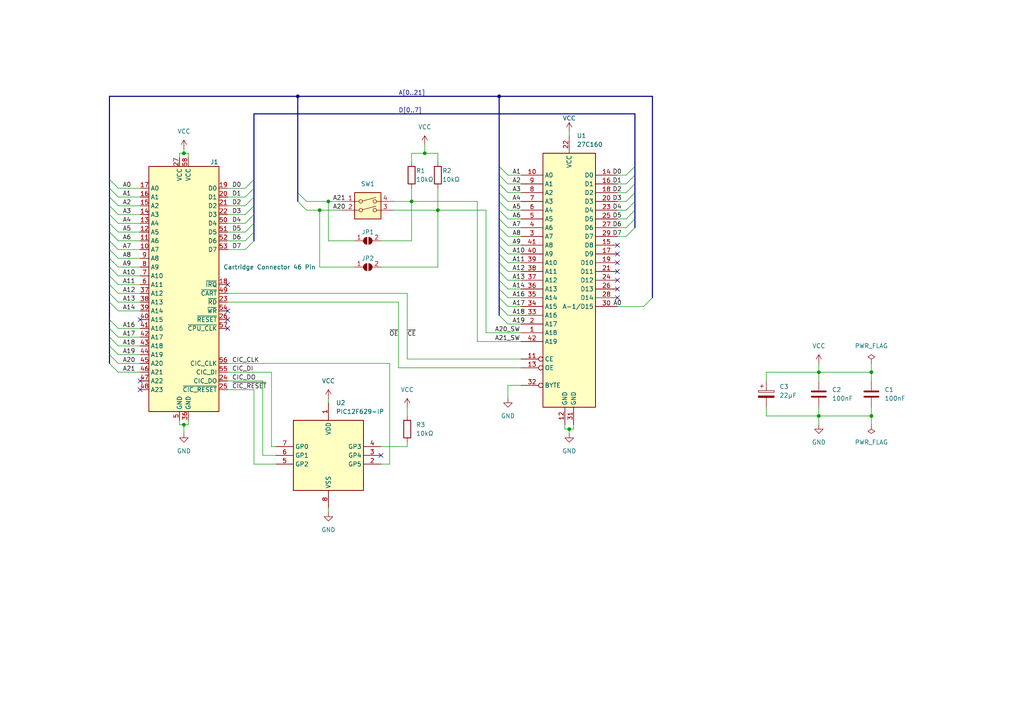
<source format=kicad_sch>
(kicad_sch (version 20231120) (generator "eeschema") (generator_version "8.0")
  (paper "A4")
  (title_block (title "SNES LoROM Cartridge w/o Save") (date "2023-12-27") (rev "1.0") (company "Patrick Dähne CC BY-NC-SA 4.0"))
  (lib_symbols
    (symbol "Device:C" (pin_numbers hide) (pin_names (offset 0.254))
      (property "Reference" "C" (at 0.635 2.54 0))
      (property "Value" "C" (at 0.635 -2.54 0))
      (symbol "C_0_1"
        (polyline (pts (xy -2.032 -0.762) (xy 2.032 -0.762)) (stroke (width 0.508)))
        (polyline (pts (xy -2.032 0.762) (xy 2.032 0.762)) (stroke (width 0.508)))
      )
      (symbol "C_1_1"
        (pin passive line (at 0 3.81 270) (length 2.794) (name "~") (number "1"))
        (pin passive line (at 0 -3.81 90) (length 2.794) (name "~") (number "2"))
      )
    )
    (symbol "Device:C_Polarized" (pin_numbers hide) (pin_names (offset 0.254))
      (property "Reference" "C" (at 0.635 2.54 0))
      (property "Value" "C_Polarized" (at 0.635 -2.54 0))
      (symbol "C_Polarized_0_1"
        (rectangle (start -2.286 0.508) (end 2.286 1.016))
        (polyline (pts (xy -1.778 2.286) (xy -0.762 2.286)))
        (polyline (pts (xy -1.27 2.794) (xy -1.27 1.778)))
        (rectangle (start 2.286 -0.508) (end -2.286 -1.016) (fill (type outline)))
      )
      (symbol "C_Polarized_1_1"
        (pin passive line (at 0 3.81 270) (length 2.794) (name "~") (number "1"))
        (pin passive line (at 0 -3.81 90) (length 2.794) (name "~") (number "2"))
      )
    )
    (symbol "Device:R" (pin_numbers hide) (pin_names (offset 0))
      (property "Reference" "R" (at 2.032 0 90))
      (property "Value" "R" (at 0 0 90))
      (symbol "R_0_1"
        (rectangle (start -1.016 -2.54) (end 1.016 2.54) (stroke (width 0.254)))
      )
      (symbol "R_1_1"
        (pin passive line (at 0 3.81 270) (length 1.27) (name "~") (number "1"))
        (pin passive line (at 0 -3.81 90) (length 1.27) (name "~") (number "2"))
      )
    )
    (symbol "Jumper:SolderJumper_2_Open" (pin_names (offset 0) hide)
      (property "Reference" "JP" (at 0 2.032 0))
      (property "Value" "SolderJumper_2_Open" (at 0 -2.54 0))
      (symbol "SolderJumper_2_Open_0_1"
        (arc (start -0.254 1.016) (mid -1.2656 0) (end -0.254 -1.016))
        (arc (start -0.254 1.016) (mid -1.2656 0) (end -0.254 -1.016) (fill (type outline)))
        (polyline (pts (xy -0.254 1.016) (xy -0.254 -1.016)))
        (polyline (pts (xy 0.254 1.016) (xy 0.254 -1.016)))
        (arc (start 0.254 -1.016) (mid 1.2656 0) (end 0.254 1.016))
        (arc (start 0.254 -1.016) (mid 1.2656 0) (end 0.254 1.016) (fill (type outline)))
      )
      (symbol "SolderJumper_2_Open_1_1"
        (pin passive line (at -3.81 0 0) (length 2.54) (name "A") (number "1"))
        (pin passive line (at 3.81 0 180) (length 2.54) (name "B") (number "2"))
      )
    )
    (symbol "MCU_Microchip_PIC12:PIC12F629-xP"
      (property "Reference" "U" (at 1.27 13.97 0))
      (property "Value" "PIC12F629-xP" (at 1.27 11.43 0))
      (symbol "PIC12F629-xP_0_1"
        (rectangle (start 10.16 -10.16) (end -10.16 10.16) (stroke (width 0.254)) (fill (type background)))
      )
      (symbol "PIC12F629-xP_1_1"
        (pin power_in line (at 0 15.24 270) (length 5.08) (name "VDD") (number "1"))
        (pin bidirectional line (at 15.24 -2.54 180) (length 5.08) (name "GP5") (number "2"))
        (pin bidirectional line (at 15.24 0 180) (length 5.08) (name "GP4") (number "3"))
        (pin input line (at 15.24 2.54 180) (length 5.08) (name "GP3") (number "4"))
        (pin bidirectional line (at -15.24 -2.54 0) (length 5.08) (name "GP2") (number "5"))
        (pin bidirectional line (at -15.24 0 0) (length 5.08) (name "GP1") (number "6"))
        (pin bidirectional line (at -15.24 2.54 0) (length 5.08) (name "GP0") (number "7"))
        (pin power_in line (at 0 -15.24 90) (length 5.08) (name "VSS") (number "8"))
      )
    )
    (symbol "Memory_EPROM_Ext:27C160"
      (property "Reference" "U" (at 5.08 38.1 0))
      (property "Value" "27C160" (at 7.62 -40.64 0))
      (symbol "27C160_1_1"
        (rectangle (start -7.62 35.56) (end 7.62 -38.1) (stroke (width 0.254)) (fill (type background)))
        (pin input line (at -13.97 -16.51 0) (length 6.35) (name "A18") (number "1"))
        (pin input line (at -13.97 29.21 0) (length 6.35) (name "A0") (number "10"))
        (pin input inverted (at -13.97 -24.13 0) (length 6.35) (name "CE") (number "11"))
        (pin power_in line (at -1.27 -43.18 90) (length 5.08) (name "GND") (number "12"))
        (pin input inverted (at -13.97 -26.67 0) (length 6.35) (name "OE") (number "13"))
        (pin tri_state line (at 13.97 29.21 180) (length 6.35) (name "D0") (number "14"))
        (pin tri_state line (at 13.97 8.89 180) (length 6.35) (name "D8") (number "15"))
        (pin tri_state line (at 13.97 26.67 180) (length 6.35) (name "D1") (number "16"))
        (pin tri_state line (at 13.97 6.35 180) (length 6.35) (name "D9") (number "17"))
        (pin tri_state line (at 13.97 24.13 180) (length 6.35) (name "D2") (number "18"))
        (pin tri_state line (at 13.97 3.81 180) (length 6.35) (name "D10") (number "19"))
        (pin input line (at -13.97 -13.97 0) (length 6.35) (name "A17") (number "2"))
        (pin tri_state line (at 13.97 21.59 180) (length 6.35) (name "D3") (number "20"))
        (pin tri_state line (at 13.97 1.27 180) (length 6.35) (name "D11") (number "21"))
        (pin power_in line (at 0 40.64 270) (length 5.08) (name "VCC") (number "22"))
        (pin tri_state line (at 13.97 19.05 180) (length 6.35) (name "D4") (number "23"))
        (pin tri_state line (at 13.97 -1.27 180) (length 6.35) (name "D12") (number "24"))
        (pin tri_state line (at 13.97 16.51 180) (length 6.35) (name "D5") (number "25"))
        (pin tri_state line (at 13.97 -3.81 180) (length 6.35) (name "D13") (number "26"))
        (pin tri_state line (at 13.97 13.97 180) (length 6.35) (name "D6") (number "27"))
        (pin tri_state line (at 13.97 -6.35 180) (length 6.35) (name "D14") (number "28"))
        (pin tri_state line (at 13.97 11.43 180) (length 6.35) (name "D7") (number "29"))
        (pin input line (at -13.97 11.43 0) (length 6.35) (name "A7") (number "3"))
        (pin passive line (at 13.97 -8.89 180) (length 6.35) (name "A-1/D15") (number "30"))
        (pin power_in line (at 1.27 -43.18 90) (length 5.08) (name "GND") (number "31"))
        (pin input inverted (at -13.97 -31.75 0) (length 6.35) (name "BYTE") (number "32"))
        (pin input line (at -13.97 -11.43 0) (length 6.35) (name "A16") (number "33"))
        (pin input line (at -13.97 -8.89 0) (length 6.35) (name "A15") (number "34"))
        (pin input line (at -13.97 -6.35 0) (length 6.35) (name "A14") (number "35"))
        (pin input line (at -13.97 -3.81 0) (length 6.35) (name "A13") (number "36"))
        (pin input line (at -13.97 -1.27 0) (length 6.35) (name "A12") (number "37"))
        (pin input line (at -13.97 1.27 0) (length 6.35) (name "A11") (number "38"))
        (pin input line (at -13.97 3.81 0) (length 6.35) (name "A10") (number "39"))
        (pin input line (at -13.97 13.97 0) (length 6.35) (name "A6") (number "4"))
        (pin input line (at -13.97 6.35 0) (length 6.35) (name "A9") (number "40"))
        (pin input line (at -13.97 8.89 0) (length 6.35) (name "A8") (number "41"))
        (pin input line (at -13.97 -19.05 0) (length 6.35) (name "A19") (number "42"))
        (pin input line (at -13.97 16.51 0) (length 6.35) (name "A5") (number "5"))
        (pin input line (at -13.97 19.05 0) (length 6.35) (name "A4") (number "6"))
        (pin input line (at -13.97 21.59 0) (length 6.35) (name "A3") (number "7"))
        (pin input line (at -13.97 24.13 0) (length 6.35) (name "A2") (number "8"))
        (pin input line (at -13.97 26.67 0) (length 6.35) (name "A1") (number "9"))
      )
    )
    (symbol "Nintendo:SNES Cartridge Connector 46 Pin"
      (property "Reference" "J" (at -8.89 43.18 0))
      (property "Value" "SNES Cartridge Connector 46 Pin" (at 20.32 -33.02 0))
      (symbol "SNES Cartridge Connector 46 Pin_1_1"
        (rectangle (start -10.16 40.64) (end 10.16 -30.48) (stroke (width 0.254)) (fill (type background)))
        (pin output line (at -12.7 16.51 0) (length 2.54) (name "A7") (number "10"))
        (pin output line (at -12.7 19.05 0) (length 2.54) (name "A6") (number "11"))
        (pin output line (at -12.7 21.59 0) (length 2.54) (name "A5") (number "12"))
        (pin output line (at -12.7 24.13 0) (length 2.54) (name "A4") (number "13"))
        (pin output line (at -12.7 26.67 0) (length 2.54) (name "A3") (number "14"))
        (pin output line (at -12.7 29.21 0) (length 2.54) (name "A2") (number "15"))
        (pin output line (at -12.7 31.75 0) (length 2.54) (name "A1") (number "16"))
        (pin output line (at -12.7 34.29 0) (length 2.54) (name "A0") (number "17"))
        (pin input line (at 12.7 6.35 180) (length 2.54) (name "~{IRQ}") (number "18"))
        (pin tri_state line (at 12.7 34.29 180) (length 2.54) (name "D0") (number "19"))
        (pin tri_state line (at 12.7 31.75 180) (length 2.54) (name "D1") (number "20"))
        (pin tri_state line (at 12.7 29.21 180) (length 2.54) (name "D2") (number "21"))
        (pin tri_state line (at 12.7 26.67 180) (length 2.54) (name "D3") (number "22"))
        (pin output line (at 12.7 1.27 180) (length 2.54) (name "~{RD}") (number "23"))
        (pin input line (at 12.7 -21.59 180) (length 2.54) (name "CIC_DO") (number "24"))
        (pin output line (at 12.7 -24.13 180) (length 2.54) (name "~{CIC_RESET}") (number "25"))
        (pin output line (at 12.7 -3.81 180) (length 2.54) (name "~{RESET}") (number "26"))
        (pin power_in line (at -1.27 43.18 270) (length 2.54) (name "VCC") (number "27"))
        (pin power_in line (at 1.27 -33.02 90) (length 2.54) (name "GND") (number "36"))
        (pin output line (at -12.7 3.81 0) (length 2.54) (name "A12") (number "37"))
        (pin output line (at -12.7 1.27 0) (length 2.54) (name "A13") (number "38"))
        (pin output line (at -12.7 -1.27 0) (length 2.54) (name "A14") (number "39"))
        (pin output line (at -12.7 -3.81 0) (length 2.54) (name "A15") (number "40"))
        (pin output line (at -12.7 -6.35 0) (length 2.54) (name "A16") (number "41"))
        (pin output line (at -12.7 -8.89 0) (length 2.54) (name "A17") (number "42"))
        (pin output line (at -12.7 -11.43 0) (length 2.54) (name "A18") (number "43"))
        (pin output line (at -12.7 -13.97 0) (length 2.54) (name "A19") (number "44"))
        (pin output line (at -12.7 -16.51 0) (length 2.54) (name "A20") (number "45"))
        (pin output line (at -12.7 -19.05 0) (length 2.54) (name "A21") (number "46"))
        (pin output line (at -12.7 -21.59 0) (length 2.54) (name "A22") (number "47"))
        (pin output line (at -12.7 -24.13 0) (length 2.54) (name "A23") (number "48"))
        (pin output line (at 12.7 3.81 180) (length 2.54) (name "~{CART}") (number "49"))
        (pin power_in line (at -1.27 -33.02 90) (length 2.54) (name "GND") (number "5"))
        (pin tri_state line (at 12.7 24.13 180) (length 2.54) (name "D4") (number "50"))
        (pin tri_state line (at 12.7 21.59 180) (length 2.54) (name "D5") (number "51"))
        (pin tri_state line (at 12.7 19.05 180) (length 2.54) (name "D6") (number "52"))
        (pin tri_state line (at 12.7 16.51 180) (length 2.54) (name "D7") (number "53"))
        (pin output line (at 12.7 -1.27 180) (length 2.54) (name "~{WR}") (number "54"))
        (pin output line (at 12.7 -19.05 180) (length 2.54) (name "CIC_DI") (number "55"))
        (pin output line (at 12.7 -16.51 180) (length 2.54) (name "CIC_CLK") (number "56"))
        (pin output line (at 12.7 -6.35 180) (length 2.54) (name "~{CPU_CLK}") (number "57"))
        (pin power_in line (at 1.27 43.18 270) (length 2.54) (name "VCC") (number "58"))
        (pin output line (at -12.7 6.35 0) (length 2.54) (name "A11") (number "6"))
        (pin output line (at -12.7 8.89 0) (length 2.54) (name "A10") (number "7"))
        (pin output line (at -12.7 11.43 0) (length 2.54) (name "A9") (number "8"))
        (pin output line (at -12.7 13.97 0) (length 2.54) (name "A8") (number "9"))
      )
    )
    (symbol "Switch:SW_DIP_x02" (pin_names (offset 0) hide)
      (property "Reference" "SW" (at 0 6.35 0))
      (property "Value" "SW_DIP_x02" (at 0 -3.81 0))
      (symbol "SW_DIP_x02_0_0"
        (circle (center -2.032 0) (radius 0.508))
        (circle (center -2.032 2.54) (radius 0.508))
        (polyline (pts (xy -1.524 0.127) (xy 2.3622 1.1684)))
        (polyline (pts (xy -1.524 2.667) (xy 2.3622 3.7084)))
        (circle (center 2.032 0) (radius 0.508))
        (circle (center 2.032 2.54) (radius 0.508))
      )
      (symbol "SW_DIP_x02_0_1"
        (rectangle (start -3.81 5.08) (end 3.81 -2.54) (stroke (width 0.254)) (fill (type background)))
      )
      (symbol "SW_DIP_x02_1_1"
        (pin passive line (at -7.62 2.54 0) (length 5.08) (name "~") (number "1"))
        (pin passive line (at -7.62 0 0) (length 5.08) (name "~") (number "2"))
        (pin passive line (at 7.62 0 180) (length 5.08) (name "~") (number "3"))
        (pin passive line (at 7.62 2.54 180) (length 5.08) (name "~") (number "4"))
      )
    )
    (symbol "VCC_4" (power) (pin_numbers hide) (pin_names (offset 0) hide)
      (property "Value" "VCC" (at 0 3.556 0))
      (symbol "VCC_4_0_1"
        (polyline (pts (xy -0.762 1.27) (xy 0 2.54)))
        (polyline (pts (xy 0 0) (xy 0 2.54)))
        (polyline (pts (xy 0 2.54) (xy 0.762 1.27)))
      )
      (symbol "VCC_4_1_1"
        (pin power_in line (at 0 0 90) (length 0) (name "~") (number "1"))
      )
    )
    (symbol "power:GND" (power) (pin_numbers hide) (pin_names (offset 0) hide)
      (property "Value" "GND" (at 0 -3.81 0))
      (symbol "GND_0_1"
        (polyline (pts (xy 0 0) (xy 0 -1.27) (xy 1.27 -1.27) (xy 0 -2.54) (xy -1.27 -1.27) (xy 0 -1.27)))
      )
      (symbol "GND_1_1"
        (pin power_in line (at 0 0 270) (length 0) (name "~") (number "1"))
      )
    )
    (symbol "power:PWR_FLAG" (power) (pin_numbers hide) (pin_names (offset 0) hide)
      (property "Value" "PWR_FLAG" (at 0 3.81 0))
      (symbol "PWR_FLAG_0_0"
        (pin power_out line (at 0 0 90) (length 0) (name "~") (number "1"))
      )
      (symbol "PWR_FLAG_0_1"
        (polyline (pts (xy 0 0) (xy 0 1.27) (xy -1.016 1.905) (xy 0 2.54) (xy 1.016 1.905) (xy 0 1.27)))
      )
    )
    (symbol "power:VCC" (power) (pin_numbers hide) (pin_names (offset 0) hide)
      (property "Value" "VCC" (at 0 3.556 0))
      (symbol "VCC_0_1"
        (polyline (pts (xy -0.762 1.27) (xy 0 2.54)))
        (polyline (pts (xy 0 0) (xy 0 2.54)))
        (polyline (pts (xy 0 2.54) (xy 0.762 1.27)))
      )
      (symbol "VCC_1_1"
        (pin power_in line (at 0 0 90) (length 0) (name "~") (number "1"))
      )
    )
  )
  (junction (at 165.1 124.46))
  (junction (at 127 60.96))
  (junction (at 237.49 120.65))
  (junction (at 119.38 58.42))
  (junction (at 53.34 44.45))
  (junction (at 86.36 27.94))
  (junction (at 144.78 27.94))
  (junction (at 252.73 107.95))
  (junction (at 92.71 60.96))
  (junction (at 95.25 58.42))
  (junction (at 53.34 123.19))
  (junction (at 123.19 44.45))
  (junction (at 237.49 107.95))
  (junction (at 252.73 120.65))
  (no_connect (at 40.64 113.03))
  (no_connect (at 179.07 86.36))
  (no_connect (at 66.04 92.71))
  (no_connect (at 66.04 82.55))
  (no_connect (at 66.04 90.17))
  (no_connect (at 40.64 110.49))
  (no_connect (at 66.04 95.25))
  (no_connect (at 40.64 92.71))
  (no_connect (at 179.07 78.74))
  (no_connect (at 179.07 81.28))
  (no_connect (at 179.07 73.66))
  (no_connect (at 179.07 83.82))
  (no_connect (at 110.49 132.08))
  (no_connect (at 179.07 76.2))
  (no_connect (at 179.07 71.12))
  (bus_entry (at 31.75 80.01) (size 2.54 2.54))
  (bus_entry (at 71.12 57.15) (size 2.54 -2.54))
  (bus_entry (at 181.61 66.04) (size 2.54 -2.54))
  (bus_entry (at 181.61 53.34) (size 2.54 -2.54))
  (bus_entry (at 144.78 53.34) (size 2.54 2.54))
  (bus_entry (at 31.75 69.85) (size 2.54 2.54))
  (bus_entry (at 186.69 88.9) (size 2.54 -2.54))
  (bus_entry (at 71.12 67.31) (size 2.54 -2.54))
  (bus_entry (at 181.61 60.96) (size 2.54 -2.54))
  (bus_entry (at 31.75 52.07) (size 2.54 2.54))
  (bus_entry (at 86.36 58.42) (size 2.54 2.54))
  (bus_entry (at 181.61 63.5) (size 2.54 -2.54))
  (bus_entry (at 31.75 64.77) (size 2.54 2.54))
  (bus_entry (at 181.61 68.58) (size 2.54 -2.54))
  (bus_entry (at 181.61 50.8) (size 2.54 -2.54))
  (bus_entry (at 31.75 59.69) (size 2.54 2.54))
  (bus_entry (at 144.78 88.9) (size 2.54 2.54))
  (bus_entry (at 31.75 54.61) (size 2.54 2.54))
  (bus_entry (at 144.78 55.88) (size 2.54 2.54))
  (bus_entry (at 31.75 85.09) (size 2.54 2.54))
  (bus_entry (at 31.75 62.23) (size 2.54 2.54))
  (bus_entry (at 31.75 82.55) (size 2.54 2.54))
  (bus_entry (at 71.12 62.23) (size 2.54 -2.54))
  (bus_entry (at 181.61 58.42) (size 2.54 -2.54))
  (bus_entry (at 144.78 86.36) (size 2.54 2.54))
  (bus_entry (at 144.78 71.12) (size 2.54 2.54))
  (bus_entry (at 31.75 105.41) (size 2.54 2.54))
  (bus_entry (at 181.61 55.88) (size 2.54 -2.54))
  (bus_entry (at 144.78 91.44) (size 2.54 2.54))
  (bus_entry (at 71.12 54.61) (size 2.54 -2.54))
  (bus_entry (at 144.78 76.2) (size 2.54 2.54))
  (bus_entry (at 31.75 72.39) (size 2.54 2.54))
  (bus_entry (at 144.78 68.58) (size 2.54 2.54))
  (bus_entry (at 31.75 92.71) (size 2.54 2.54))
  (bus_entry (at 144.78 58.42) (size 2.54 2.54))
  (bus_entry (at 71.12 69.85) (size 2.54 -2.54))
  (bus_entry (at 86.36 55.88) (size 2.54 2.54))
  (bus_entry (at 31.75 87.63) (size 2.54 2.54))
  (bus_entry (at 31.75 95.25) (size 2.54 2.54))
  (bus_entry (at 31.75 100.33) (size 2.54 2.54))
  (bus_entry (at 144.78 66.04) (size 2.54 2.54))
  (bus_entry (at 31.75 102.87) (size 2.54 2.54))
  (bus_entry (at 31.75 57.15) (size 2.54 2.54))
  (bus_entry (at 144.78 60.96) (size 2.54 2.54))
  (bus_entry (at 144.78 63.5) (size 2.54 2.54))
  (bus_entry (at 31.75 74.93) (size 2.54 2.54))
  (bus_entry (at 71.12 59.69) (size 2.54 -2.54))
  (bus_entry (at 144.78 73.66) (size 2.54 2.54))
  (bus_entry (at 71.12 72.39) (size 2.54 -2.54))
  (bus_entry (at 144.78 83.82) (size 2.54 2.54))
  (bus_entry (at 71.12 64.77) (size 2.54 -2.54))
  (bus_entry (at 144.78 48.26) (size 2.54 2.54))
  (bus_entry (at 144.78 78.74) (size 2.54 2.54))
  (bus_entry (at 144.78 50.8) (size 2.54 2.54))
  (bus_entry (at 144.78 81.28) (size 2.54 2.54))
  (bus_entry (at 31.75 97.79) (size 2.54 2.54))
  (bus_entry (at 31.75 67.31) (size 2.54 2.54))
  (bus_entry (at 31.75 77.47) (size 2.54 2.54))
  (wire (pts (xy 66.04 72.39) (xy 71.12 72.39)))
  (wire (pts (xy 34.29 80.01) (xy 40.64 80.01)))
  (wire (pts (xy 222.25 110.49) (xy 222.25 107.95)))
  (wire (pts (xy 163.83 124.46) (xy 165.1 124.46)))
  (wire (pts (xy 237.49 120.65) (xy 252.73 120.65)))
  (wire (pts (xy 222.25 107.95) (xy 237.49 107.95)))
  (wire (pts (xy 66.04 107.95) (xy 78.74 107.95)))
  (wire (pts (xy 66.04 54.61) (xy 71.12 54.61)))
  (wire (pts (xy 34.29 77.47) (xy 40.64 77.47)))
  (bus (pts (xy 73.66 33.02) (xy 184.15 33.02)))
  (wire (pts (xy 34.29 67.31) (xy 40.64 67.31)))
  (wire (pts (xy 53.34 44.45) (xy 54.61 44.45)))
  (wire (pts (xy 110.49 129.54) (xy 118.11 129.54)))
  (wire (pts (xy 52.07 45.72) (xy 52.07 44.45)))
  (wire (pts (xy 147.32 111.76) (xy 147.32 115.57)))
  (wire (pts (xy 95.25 58.42) (xy 99.06 58.42)))
  (wire (pts (xy 179.07 63.5) (xy 181.61 63.5)))
  (wire (pts (xy 147.32 78.74) (xy 151.13 78.74)))
  (bus (pts (xy 31.75 102.87) (xy 31.75 100.33)))
  (wire (pts (xy 115.57 106.68) (xy 151.13 106.68)))
  (bus (pts (xy 144.78 60.96) (xy 144.78 58.42)))
  (wire (pts (xy 179.07 66.04) (xy 181.61 66.04)))
  (bus (pts (xy 144.78 27.94) (xy 189.23 27.94)))
  (wire (pts (xy 114.3 58.42) (xy 119.38 58.42)))
  (bus (pts (xy 73.66 67.31) (xy 73.66 64.77)))
  (wire (pts (xy 88.9 58.42) (xy 95.25 58.42)))
  (wire (pts (xy 222.25 120.65) (xy 237.49 120.65)))
  (wire (pts (xy 34.29 87.63) (xy 40.64 87.63)))
  (wire (pts (xy 52.07 121.92) (xy 52.07 123.19)))
  (wire (pts (xy 34.29 85.09) (xy 40.64 85.09)))
  (bus (pts (xy 189.23 27.94) (xy 189.23 86.36)))
  (wire (pts (xy 147.32 83.82) (xy 151.13 83.82)))
  (bus (pts (xy 31.75 54.61) (xy 31.75 52.07)))
  (wire (pts (xy 147.32 55.88) (xy 151.13 55.88)))
  (wire (pts (xy 179.07 58.42) (xy 181.61 58.42)))
  (bus (pts (xy 144.78 48.26) (xy 144.78 27.94)))
  (bus (pts (xy 31.75 92.71) (xy 31.75 87.63)))
  (bus (pts (xy 144.78 83.82) (xy 144.78 81.28)))
  (wire (pts (xy 163.83 123.19) (xy 163.83 124.46)))
  (wire (pts (xy 119.38 58.42) (xy 138.43 58.42)))
  (wire (pts (xy 118.11 129.54) (xy 118.11 128.27)))
  (wire (pts (xy 34.29 105.41) (xy 40.64 105.41)))
  (bus (pts (xy 144.78 55.88) (xy 144.78 53.34)))
  (wire (pts (xy 66.04 69.85) (xy 71.12 69.85)))
  (bus (pts (xy 184.15 48.26) (xy 184.15 50.8)))
  (bus (pts (xy 31.75 100.33) (xy 31.75 97.79)))
  (wire (pts (xy 118.11 85.09) (xy 118.11 104.14)))
  (bus (pts (xy 184.15 53.34) (xy 184.15 55.88)))
  (wire (pts (xy 119.38 54.61) (xy 119.38 58.42)))
  (bus (pts (xy 86.36 27.94) (xy 144.78 27.94)))
  (wire (pts (xy 34.29 100.33) (xy 40.64 100.33)))
  (bus (pts (xy 73.66 54.61) (xy 73.66 52.07)))
  (wire (pts (xy 95.25 69.85) (xy 102.87 69.85)))
  (wire (pts (xy 54.61 123.19) (xy 54.61 121.92)))
  (wire (pts (xy 147.32 86.36) (xy 151.13 86.36)))
  (wire (pts (xy 53.34 123.19) (xy 54.61 123.19)))
  (bus (pts (xy 31.75 87.63) (xy 31.75 85.09)))
  (wire (pts (xy 123.19 44.45) (xy 127 44.45)))
  (bus (pts (xy 184.15 50.8) (xy 184.15 53.34)))
  (wire (pts (xy 147.32 68.58) (xy 151.13 68.58)))
  (bus (pts (xy 144.78 73.66) (xy 144.78 76.2)))
  (wire (pts (xy 78.74 129.54) (xy 80.01 129.54)))
  (wire (pts (xy 140.97 96.52) (xy 151.13 96.52)))
  (wire (pts (xy 73.66 134.62) (xy 80.01 134.62)))
  (bus (pts (xy 144.78 86.36) (xy 144.78 83.82)))
  (wire (pts (xy 237.49 110.49) (xy 237.49 107.95)))
  (wire (pts (xy 222.25 118.11) (xy 222.25 120.65)))
  (wire (pts (xy 66.04 64.77) (xy 71.12 64.77)))
  (wire (pts (xy 76.2 110.49) (xy 76.2 132.08)))
  (bus (pts (xy 184.15 58.42) (xy 184.15 60.96)))
  (wire (pts (xy 119.38 69.85) (xy 119.38 58.42)))
  (wire (pts (xy 127 60.96) (xy 140.97 60.96)))
  (wire (pts (xy 147.32 73.66) (xy 151.13 73.66)))
  (bus (pts (xy 31.75 102.87) (xy 31.75 105.41)))
  (wire (pts (xy 88.9 60.96) (xy 92.71 60.96)))
  (bus (pts (xy 86.36 27.94) (xy 86.36 55.88)))
  (wire (pts (xy 138.43 99.06) (xy 151.13 99.06)))
  (wire (pts (xy 147.32 93.98) (xy 151.13 93.98)))
  (wire (pts (xy 237.49 118.11) (xy 237.49 120.65)))
  (bus (pts (xy 31.75 59.69) (xy 31.75 57.15)))
  (bus (pts (xy 73.66 64.77) (xy 73.66 62.23)))
  (wire (pts (xy 53.34 123.19) (xy 53.34 125.73)))
  (wire (pts (xy 113.03 105.41) (xy 113.03 134.62)))
  (wire (pts (xy 252.73 120.65) (xy 252.73 118.11)))
  (wire (pts (xy 179.07 60.96) (xy 181.61 60.96)))
  (wire (pts (xy 52.07 44.45) (xy 53.34 44.45)))
  (bus (pts (xy 31.75 69.85) (xy 31.75 67.31)))
  (bus (pts (xy 144.78 81.28) (xy 144.78 78.74)))
  (bus (pts (xy 144.78 91.44) (xy 144.78 88.9)))
  (wire (pts (xy 66.04 85.09) (xy 118.11 85.09)))
  (wire (pts (xy 252.73 123.19) (xy 252.73 120.65)))
  (wire (pts (xy 66.04 67.31) (xy 71.12 67.31)))
  (wire (pts (xy 66.04 110.49) (xy 76.2 110.49)))
  (wire (pts (xy 73.66 113.03) (xy 73.66 134.62)))
  (wire (pts (xy 127 54.61) (xy 127 60.96)))
  (bus (pts (xy 31.75 95.25) (xy 31.75 92.71)))
  (wire (pts (xy 34.29 62.23) (xy 40.64 62.23)))
  (bus (pts (xy 144.78 66.04) (xy 144.78 63.5)))
  (wire (pts (xy 34.29 82.55) (xy 40.64 82.55)))
  (wire (pts (xy 78.74 107.95) (xy 78.74 129.54)))
  (wire (pts (xy 34.29 64.77) (xy 40.64 64.77)))
  (bus (pts (xy 144.78 63.5) (xy 144.78 60.96)))
  (wire (pts (xy 115.57 87.63) (xy 115.57 106.68)))
  (wire (pts (xy 110.49 77.47) (xy 127 77.47)))
  (wire (pts (xy 252.73 107.95) (xy 252.73 110.49)))
  (wire (pts (xy 147.32 76.2) (xy 151.13 76.2)))
  (wire (pts (xy 237.49 105.41) (xy 237.49 107.95)))
  (bus (pts (xy 184.15 63.5) (xy 184.15 66.04)))
  (wire (pts (xy 151.13 111.76) (xy 147.32 111.76)))
  (wire (pts (xy 118.11 118.11) (xy 118.11 120.65)))
  (wire (pts (xy 147.32 58.42) (xy 151.13 58.42)))
  (wire (pts (xy 119.38 44.45) (xy 123.19 44.45)))
  (bus (pts (xy 144.78 58.42) (xy 144.78 55.88)))
  (wire (pts (xy 179.07 68.58) (xy 181.61 68.58)))
  (wire (pts (xy 92.71 60.96) (xy 92.71 77.47)))
  (wire (pts (xy 34.29 72.39) (xy 40.64 72.39)))
  (wire (pts (xy 147.32 81.28) (xy 151.13 81.28)))
  (wire (pts (xy 166.37 123.19) (xy 166.37 124.46)))
  (bus (pts (xy 144.78 66.04) (xy 144.78 68.58)))
  (wire (pts (xy 92.71 60.96) (xy 99.06 60.96)))
  (bus (pts (xy 31.75 82.55) (xy 31.75 80.01)))
  (bus (pts (xy 31.75 97.79) (xy 31.75 95.25)))
  (wire (pts (xy 147.32 50.8) (xy 151.13 50.8)))
  (wire (pts (xy 179.07 53.34) (xy 181.61 53.34)))
  (bus (pts (xy 73.66 57.15) (xy 73.66 54.61)))
  (wire (pts (xy 53.34 44.45) (xy 53.34 43.18)))
  (bus (pts (xy 31.75 64.77) (xy 31.75 62.23)))
  (bus (pts (xy 31.75 62.23) (xy 31.75 59.69)))
  (bus (pts (xy 73.66 69.85) (xy 73.66 67.31)))
  (wire (pts (xy 179.07 55.88) (xy 181.61 55.88)))
  (bus (pts (xy 31.75 72.39) (xy 31.75 69.85)))
  (wire (pts (xy 95.25 147.32) (xy 95.25 148.59)))
  (wire (pts (xy 34.29 57.15) (xy 40.64 57.15)))
  (wire (pts (xy 34.29 74.93) (xy 40.64 74.93)))
  (wire (pts (xy 34.29 54.61) (xy 40.64 54.61)))
  (bus (pts (xy 31.75 52.07) (xy 31.75 27.94)))
  (bus (pts (xy 144.78 78.74) (xy 144.78 76.2)))
  (wire (pts (xy 66.04 87.63) (xy 115.57 87.63)))
  (wire (pts (xy 34.29 97.79) (xy 40.64 97.79)))
  (wire (pts (xy 165.1 124.46) (xy 165.1 125.73)))
  (bus (pts (xy 31.75 74.93) (xy 31.75 72.39)))
  (bus (pts (xy 31.75 57.15) (xy 31.75 54.61)))
  (wire (pts (xy 110.49 134.62) (xy 113.03 134.62)))
  (bus (pts (xy 73.66 62.23) (xy 73.66 59.69)))
  (wire (pts (xy 54.61 44.45) (xy 54.61 45.72)))
  (bus (pts (xy 31.75 27.94) (xy 86.36 27.94)))
  (wire (pts (xy 119.38 46.99) (xy 119.38 44.45)))
  (wire (pts (xy 66.04 62.23) (xy 71.12 62.23)))
  (wire (pts (xy 66.04 57.15) (xy 71.12 57.15)))
  (wire (pts (xy 147.32 71.12) (xy 151.13 71.12)))
  (wire (pts (xy 147.32 60.96) (xy 151.13 60.96)))
  (wire (pts (xy 52.07 123.19) (xy 53.34 123.19)))
  (bus (pts (xy 144.78 53.34) (xy 144.78 50.8)))
  (bus (pts (xy 31.75 85.09) (xy 31.75 82.55)))
  (wire (pts (xy 110.49 69.85) (xy 119.38 69.85)))
  (bus (pts (xy 86.36 55.88) (xy 86.36 58.42)))
  (wire (pts (xy 147.32 63.5) (xy 151.13 63.5)))
  (wire (pts (xy 138.43 58.42) (xy 138.43 99.06)))
  (wire (pts (xy 252.73 105.41) (xy 252.73 107.95)))
  (wire (pts (xy 127 44.45) (xy 127 46.99)))
  (wire (pts (xy 76.2 132.08) (xy 80.01 132.08)))
  (wire (pts (xy 34.29 59.69) (xy 40.64 59.69)))
  (wire (pts (xy 34.29 95.25) (xy 40.64 95.25)))
  (bus (pts (xy 31.75 80.01) (xy 31.75 77.47)))
  (wire (pts (xy 95.25 115.57) (xy 95.25 116.84)))
  (wire (pts (xy 34.29 107.95) (xy 40.64 107.95)))
  (wire (pts (xy 123.19 41.91) (xy 123.19 44.45)))
  (wire (pts (xy 34.29 102.87) (xy 40.64 102.87)))
  (wire (pts (xy 66.04 105.41) (xy 113.03 105.41)))
  (wire (pts (xy 165.1 124.46) (xy 166.37 124.46)))
  (bus (pts (xy 73.66 52.07) (xy 73.66 33.02)))
  (bus (pts (xy 144.78 68.58) (xy 144.78 71.12)))
  (wire (pts (xy 140.97 60.96) (xy 140.97 96.52)))
  (wire (pts (xy 165.1 38.1) (xy 165.1 39.37)))
  (wire (pts (xy 147.32 88.9) (xy 151.13 88.9)))
  (wire (pts (xy 147.32 91.44) (xy 151.13 91.44)))
  (wire (pts (xy 147.32 53.34) (xy 151.13 53.34)))
  (wire (pts (xy 237.49 107.95) (xy 252.73 107.95)))
  (bus (pts (xy 73.66 59.69) (xy 73.66 57.15)))
  (bus (pts (xy 184.15 55.88) (xy 184.15 58.42)))
  (wire (pts (xy 34.29 90.17) (xy 40.64 90.17)))
  (bus (pts (xy 184.15 60.96) (xy 184.15 63.5)))
  (wire (pts (xy 95.25 58.42) (xy 95.25 69.85)))
  (wire (pts (xy 34.29 69.85) (xy 40.64 69.85)))
  (wire (pts (xy 179.07 88.9) (xy 186.69 88.9)))
  (bus (pts (xy 31.75 67.31) (xy 31.75 64.77)))
  (bus (pts (xy 31.75 77.47) (xy 31.75 74.93)))
  (bus (pts (xy 144.78 50.8) (xy 144.78 48.26)))
  (wire (pts (xy 66.04 59.69) (xy 71.12 59.69)))
  (wire (pts (xy 237.49 123.19) (xy 237.49 120.65)))
  (wire (pts (xy 179.07 50.8) (xy 181.61 50.8)))
  (wire (pts (xy 147.32 66.04) (xy 151.13 66.04)))
  (wire (pts (xy 127 77.47) (xy 127 60.96)))
  (wire (pts (xy 66.04 113.03) (xy 73.66 113.03)))
  (bus (pts (xy 144.78 88.9) (xy 144.78 86.36)))
  (wire (pts (xy 114.3 60.96) (xy 127 60.96)))
  (wire (pts (xy 92.71 77.47) (xy 102.87 77.47)))
  (bus (pts (xy 184.15 33.02) (xy 184.15 48.26)))
  (wire (pts (xy 118.11 104.14) (xy 151.13 104.14)))
  (bus (pts (xy 144.78 71.12) (xy 144.78 73.66)))
  (label "D7" (at 180.34 68.58 180))
  (label "D2" (at 67.31 59.69 0))
  (label "D2" (at 180.34 55.88 180))
  (label "A17" (at 148.59 88.9 0))
  (label "A7" (at 148.59 66.04 0))
  (label "CIC_DO" (at 67.31 110.49 0))
  (label "A1" (at 148.59 50.8 0))
  (label "~{CIC_RESET}" (at 67.31 113.03 0))
  (label "A14" (at 35.56 90.17 0))
  (label "A21" (at 96.52 58.42 0))
  (label "A16" (at 35.56 95.25 0))
  (label "A18" (at 35.56 100.33 0))
  (label "~{CE}" (at 118.11 97.79 0))
  (label "A4" (at 148.59 58.42 0))
  (label "A19" (at 35.56 102.87 0))
  (label "A6" (at 35.56 69.85 0))
  (label "~{OE}" (at 115.57 97.79 180))
  (label "A9" (at 35.56 77.47 0))
  (label "A8" (at 148.59 68.58 0))
  (label "D6" (at 180.34 66.04 180))
  (label "A13" (at 148.59 81.28 0))
  (label "D0" (at 67.31 54.61 0))
  (label "A9" (at 148.59 71.12 0))
  (label "A20_SW" (at 143.51 96.52 0))
  (label "A2" (at 35.56 59.69 0))
  (label "A21" (at 35.56 107.95 0))
  (label "D7" (at 67.31 72.39 0))
  (label "D[0..7]" (at 115.57 33.02 0))
  (label "A0" (at 35.56 54.61 0))
  (label "A19" (at 148.59 93.98 0))
  (label "A10" (at 148.59 73.66 0))
  (label "D5" (at 67.31 67.31 0))
  (label "A7" (at 35.56 72.39 0))
  (label "A6" (at 148.59 63.5 0))
  (label "A0" (at 180.34 88.9 180))
  (label "D6" (at 67.31 69.85 0))
  (label "D0" (at 180.34 50.8 180))
  (label "D4" (at 67.31 64.77 0))
  (label "A[0..21]" (at 115.57 27.94 0))
  (label "A3" (at 148.59 55.88 0))
  (label "CIC_DI" (at 67.31 107.95 0))
  (label "D3" (at 180.34 58.42 180))
  (label "A1" (at 35.56 57.15 0))
  (label "A11" (at 35.56 82.55 0))
  (label "A5" (at 35.56 67.31 0))
  (label "A10" (at 35.56 80.01 0))
  (label "A11" (at 148.59 76.2 0))
  (label "A8" (at 35.56 74.93 0))
  (label "D5" (at 180.34 63.5 180))
  (label "A18" (at 148.59 91.44 0))
  (label "A16" (at 148.59 86.36 0))
  (label "A20" (at 35.56 105.41 0))
  (label "A13" (at 35.56 87.63 0))
  (label "A21_SW" (at 143.51 99.06 0))
  (label "A12" (at 148.59 78.74 0))
  (label "CIC_CLK" (at 67.31 105.41 0))
  (label "A2" (at 148.59 53.34 0))
  (label "A14" (at 148.59 83.82 0))
  (label "D1" (at 67.31 57.15 0))
  (label "D1" (at 180.34 53.34 180))
  (label "A12" (at 35.56 85.09 0))
  (label "A3" (at 35.56 62.23 0))
  (label "A17" (at 35.56 97.79 0))
  (label "A4" (at 35.56 64.77 0))
  (label "D4" (at 180.34 60.96 180))
  (label "A5" (at 148.59 60.96 0))
  (label "D3" (at 67.31 62.23 0))
  (label "A20" (at 96.52 60.96 0))
  (symbol (lib_id "power:PWR_FLAG") (at 252.73 123.19 180) (unit 1)
    (property "Reference" "#FLG0102" (effects (hide yes)))
    (property "Value" "PWR_FLAG" (at 252.73 128.27 0))
    (property "Description" "Special symbol for telling ERC where power comes from" (effects (hide yes)))
  )
  (symbol (lib_id "Device:C_Polarized") (at 222.25 114.3 0) (unit 1)
    (property "Reference" "C3" (at 226.06 112.1409 0) (effects (justify left)))
    (property "Value" "22µF" (at 226.06 114.6809 0) (effects (justify left)))
    (property "Footprint" "Capacitor_THT:CP_Radial_D5.0mm_P2.00mm" (effects (hide yes)))
  )
  (symbol (lib_id "Jumper:SolderJumper_2_Open") (at 106.68 69.85 0) (unit 1)
    (property "Reference" "JP1" (at 106.68 67.31 0))
    (property "Value" "SolderJumper_2_Open" (effects (hide yes)))
    (property "Footprint" "Jumper:SolderJumper-2_P1.3mm_Open_RoundedPad1.0x1.5mm" (effects (hide yes)))
  )
  (symbol (lib_id "power:PWR_FLAG") (at 252.73 105.41 0) (unit 1)
    (property "Reference" "#FLG0101" (effects (hide yes)))
    (property "Value" "PWR_FLAG" (at 252.73 100.33 0))
    (property "Description" "Special symbol for telling ERC where power comes from" (effects (hide yes)))
  )
  (symbol (lib_id "power:GND") (at 237.49 123.19 0) (unit 1)
    (property "Reference" "#PWR0109" (effects (hide yes)))
    (property "Value" "GND" (at 237.49 128.27 0))
    (property "Description" "Power symbol creates a global label with name \"GND\" , ground" (effects (hide yes)))
  )
  (symbol (lib_id "power:VCC") (at 95.25 115.57 0) (unit 1)
    (property "Reference" "#PWR0101" (effects (hide yes)))
    (property "Value" "VCC" (at 95.25 110.49 0))
    (property "Description" "Power symbol creates a global label with name \"VCC\"" (effects (hide yes)))
  )
  (symbol (lib_id "power:VCC") (at 165.1 38.1 0) (unit 1)
    (property "Reference" "#PWR0106" (effects (hide yes)))
    (property "Value" "VCC" (at 165.1 34.29 0))
    (property "Description" "Power symbol creates a global label with name \"VCC\"" (effects (hide yes)))
  )
  (symbol (lib_id "Device:R") (at 119.38 50.8 0) (unit 1)
    (property "Reference" "R1" (at 120.65 49.53 0) (effects (justify left)))
    (property "Value" "10kΩ" (at 120.65 52.07 0) (effects (justify left)))
    (property "Footprint" "Resistor_THT:R_Axial_DIN0207_L6.3mm_D2.5mm_P10.16mm_Horizontal" (effects (hide yes)))
  )
  (symbol (lib_id "Memory_EPROM_Ext:27C160") (at 165.1 80.01 0) (unit 1)
    (property "Reference" "U1" (at 167.2941 39.37 0) (effects (justify left)))
    (property "Value" "27C160" (at 167.2941 41.91 0) (effects (justify left)))
    (property "Footprint" "Package_DIP:DIP-42_W15.24mm_LongPads" (effects (hide yes)))
  )
  (symbol (lib_id "Device:R") (at 127 50.8 0) (unit 1)
    (property "Reference" "R2" (at 128.27 49.53 0) (effects (justify left)))
    (property "Value" "10kΩ" (at 128.27 52.07 0) (effects (justify left)))
    (property "Footprint" "Resistor_THT:R_Axial_DIN0207_L6.3mm_D2.5mm_P10.16mm_Horizontal" (effects (hide yes)))
  )
  (symbol (lib_id "power:GND") (at 147.32 115.57 0) (unit 1)
    (property "Reference" "#PWR01" (effects (hide yes)))
    (property "Value" "GND" (at 147.32 120.65 0))
    (property "Description" "Power symbol creates a global label with name \"GND\" , ground" (effects (hide yes)))
  )
  (symbol (lib_id "power:VCC") (at 118.11 118.11 0) (unit 1)
    (property "Reference" "#PWR03" (effects (hide yes)))
    (property "Value" "VCC" (at 118.11 113.03 0))
    (property "Description" "Power symbol creates a global label with name \"VCC\"" (effects (hide yes)))
  )
  (symbol (lib_id "MCU_Microchip_PIC12:PIC12F629-xP") (at 95.25 132.08 0) (unit 1)
    (property "Reference" "U2" (at 97.4441 116.84 0) (effects (justify left)))
    (property "Value" "PIC12F629-IP" (at 97.4441 119.38 0) (effects (justify left)))
    (property "Footprint" "Package_DIP:DIP-8_W7.62mm" (effects (hide yes)))
    (property "Datasheet" "https://ww1.microchip.com/downloads/en/DeviceDoc/41190G.pdf" (effects (hide yes)))
    (property "Description" "1024W Flash, 64B SRAM, 128B EEPROM, PDIP-8" (effects (hide yes)))
  )
  (symbol (lib_id "Device:C") (at 252.73 114.3 0) (unit 1)
    (property "Reference" "C1" (at 256.54 113.0299 0) (effects (justify left)))
    (property "Value" "100nF" (at 256.54 115.5699 0) (effects (justify left)))
    (property "Footprint" "Capacitor_THT:C_Rect_L4.6mm_W2.0mm_P2.50mm_MKS02_FKP02" (effects (hide yes)))
  )
  (symbol (lib_id "Switch:SW_DIP_x02") (at 106.68 60.96 0) (unit 1)
    (property "Reference" "SW1" (at 106.68 53.34 0))
    (property "Value" "SW_DIP_x02" (effects (hide yes)))
    (property "Footprint" "Button_Switch_THT:SW_DIP_SPSTx02_Slide_9.78x7.26mm_W7.62mm_P2.54mm" (effects (hide yes)))
  )
  (symbol (lib_id "Nintendo:SNES Cartridge Connector 46 Pin") (at 53.34 88.9 0) (unit 1)
    (property "Reference" "J1" (at 60.96 46.99 0) (effects (justify left)))
    (property "Value" "Cartridge Connector 46 Pin" (at 64.77 77.47 0) (effects (justify left)))
    (property "Footprint" "Nintendo:SNES Cartridge Connector 46 Pins" (effects (hide yes)))
  )
  (symbol (lib_id "Jumper:SolderJumper_2_Open") (at 106.68 77.47 0) (unit 1)
    (property "Reference" "JP2" (at 106.68 74.93 0))
    (property "Value" "SolderJumper_2_Open" (effects (hide yes)))
    (property "Footprint" "Jumper:SolderJumper-2_P1.3mm_Open_RoundedPad1.0x1.5mm" (effects (hide yes)))
  )
  (symbol (lib_id "power:GND") (at 165.1 125.73 0) (unit 1)
    (property "Reference" "#PWR0107" (effects (hide yes)))
    (property "Value" "GND" (at 165.1 130.81 0))
    (property "Description" "Power symbol creates a global label with name \"GND\" , ground" (effects (hide yes)))
  )
  (symbol (lib_id "Device:R") (at 118.11 124.46 0) (unit 1)
    (property "Reference" "R3" (at 120.65 123.1899 0) (effects (justify left)))
    (property "Value" "10kΩ" (at 120.65 125.7299 0) (effects (justify left)))
    (property "Footprint" "Resistor_THT:R_Axial_DIN0207_L6.3mm_D2.5mm_P10.16mm_Horizontal" (effects (hide yes)))
    (property "Description" "Resistor" (effects (hide yes)))
  )
  (symbol (lib_id "power:GND") (at 53.34 125.73 0) (unit 1)
    (property "Reference" "#PWR0102" (effects (hide yes)))
    (property "Value" "GND" (at 53.34 130.81 0))
    (property "Description" "Power symbol creates a global label with name \"GND\" , ground" (effects (hide yes)))
  )
  (symbol (lib_id "Device:C") (at 237.49 114.3 0) (unit 1)
    (property "Reference" "C2" (at 241.3 113.0299 0) (effects (justify left)))
    (property "Value" "100nF" (at 241.3 115.5699 0) (effects (justify left)))
    (property "Footprint" "Capacitor_THT:C_Rect_L4.6mm_W2.0mm_P2.50mm_MKS02_FKP02" (effects (hide yes)))
  )
  (symbol (lib_id "power:VCC") (at 123.19 41.91 0) (unit 1)
    (property "Reference" "#PWR02" (effects (hide yes)))
    (property "Value" "VCC" (at 123.19 36.83 0))
    (property "Description" "Power symbol creates a global label with name \"VCC\"" (effects (hide yes)))
  )
  (symbol (lib_name "VCC_4") (lib_id "power:VCC") (at 237.49 105.41 0) (unit 1)
    (property "Reference" "#PWR0108" (effects (hide yes)))
    (property "Value" "VCC" (at 237.49 100.33 0))
    (property "Description" "Power symbol creates a global label with name \"VCC\"" (effects (hide yes)))
  )
  (symbol (lib_id "power:GND") (at 95.25 148.59 0) (unit 1)
    (property "Reference" "#PWR0103" (effects (hide yes)))
    (property "Value" "GND" (at 95.25 153.67 0))
    (property "Description" "Power symbol creates a global label with name \"GND\" , ground" (effects (hide yes)))
  )
  (symbol (lib_id "power:VCC") (at 53.34 43.18 0) (unit 1)
    (property "Reference" "#PWR0104" (effects (hide yes)))
    (property "Value" "VCC" (at 53.34 38.1 0))
    (property "Description" "Power symbol creates a global label with name \"VCC\"" (effects (hide yes)))
  )
)
</source>
